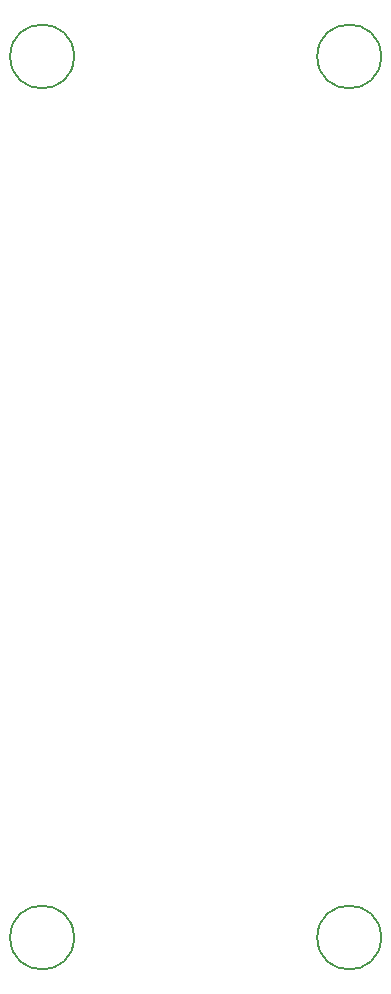
<source format=gbr>
%TF.GenerationSoftware,KiCad,Pcbnew,8.0.7*%
%TF.CreationDate,2025-01-08T02:29:51-05:00*%
%TF.ProjectId,active-drag-system-minimal,61637469-7665-42d6-9472-61672d737973,rev?*%
%TF.SameCoordinates,Original*%
%TF.FileFunction,Other,Comment*%
%FSLAX46Y46*%
G04 Gerber Fmt 4.6, Leading zero omitted, Abs format (unit mm)*
G04 Created by KiCad (PCBNEW 8.0.7) date 2025-01-08 02:29:51*
%MOMM*%
%LPD*%
G01*
G04 APERTURE LIST*
%ADD10C,0.150000*%
G04 APERTURE END LIST*
D10*
%TO.C,H3*%
X163700000Y-138600000D02*
G75*
G02*
X158300000Y-138600000I-2700000J0D01*
G01*
X158300000Y-138600000D02*
G75*
G02*
X163700000Y-138600000I2700000J0D01*
G01*
%TO.C,H4*%
X137700000Y-138600000D02*
G75*
G02*
X132300000Y-138600000I-2700000J0D01*
G01*
X132300000Y-138600000D02*
G75*
G02*
X137700000Y-138600000I2700000J0D01*
G01*
%TO.C,H1*%
X137700000Y-64000000D02*
G75*
G02*
X132300000Y-64000000I-2700000J0D01*
G01*
X132300000Y-64000000D02*
G75*
G02*
X137700000Y-64000000I2700000J0D01*
G01*
%TO.C,H2*%
X163700000Y-64000000D02*
G75*
G02*
X158300000Y-64000000I-2700000J0D01*
G01*
X158300000Y-64000000D02*
G75*
G02*
X163700000Y-64000000I2700000J0D01*
G01*
%TD*%
M02*

</source>
